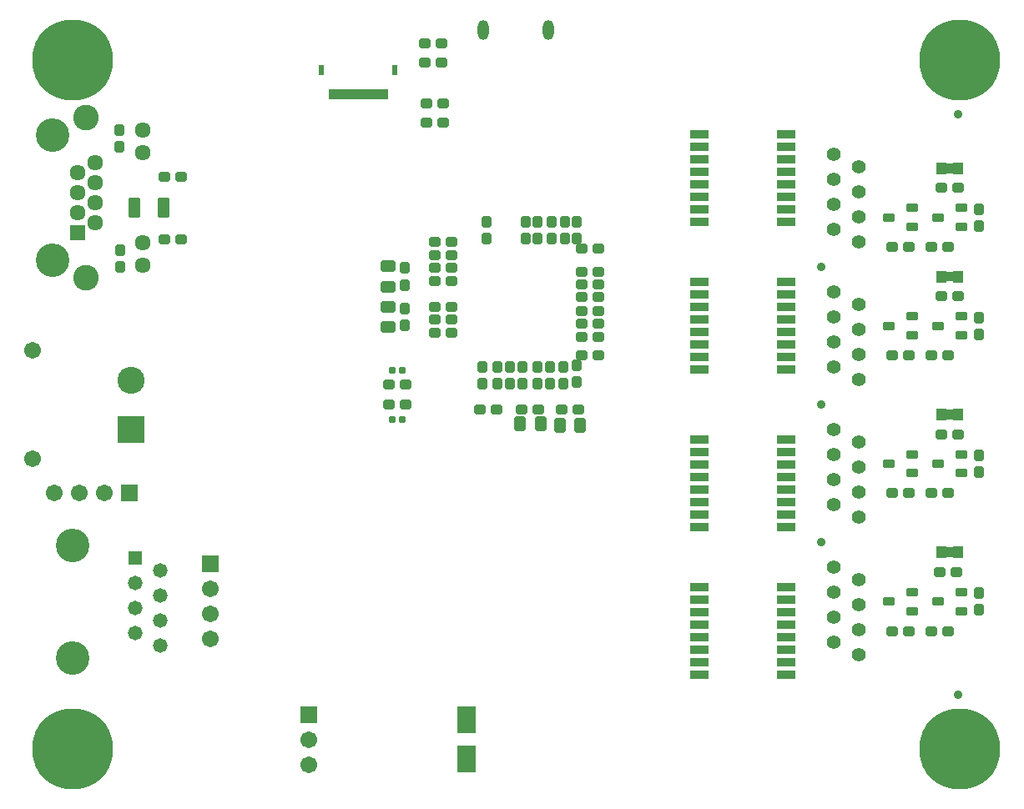
<source format=gbs>
G04*
G04 #@! TF.GenerationSoftware,Altium Limited,Altium Designer,23.4.1 (23)*
G04*
G04 Layer_Color=16711935*
%FSLAX44Y44*%
%MOMM*%
G71*
G04*
G04 #@! TF.SameCoordinates,71779357-5CD3-41FB-92FB-A5B7E85101D3*
G04*
G04*
G04 #@! TF.FilePolarity,Negative*
G04*
G01*
G75*
%ADD99R,1.9050X0.9652*%
G04:AMPARAMS|DCode=100|XSize=1.1032mm|YSize=1.0032mm|CornerRadius=0.1616mm|HoleSize=0mm|Usage=FLASHONLY|Rotation=90.000|XOffset=0mm|YOffset=0mm|HoleType=Round|Shape=RoundedRectangle|*
%AMROUNDEDRECTD100*
21,1,1.1032,0.6800,0,0,90.0*
21,1,0.7800,1.0032,0,0,90.0*
1,1,0.3232,0.3400,0.3900*
1,1,0.3232,0.3400,-0.3900*
1,1,0.3232,-0.3400,-0.3900*
1,1,0.3232,-0.3400,0.3900*
%
%ADD100ROUNDEDRECTD100*%
G04:AMPARAMS|DCode=101|XSize=1.1032mm|YSize=1.0032mm|CornerRadius=0.1616mm|HoleSize=0mm|Usage=FLASHONLY|Rotation=180.000|XOffset=0mm|YOffset=0mm|HoleType=Round|Shape=RoundedRectangle|*
%AMROUNDEDRECTD101*
21,1,1.1032,0.6800,0,0,180.0*
21,1,0.7800,1.0032,0,0,180.0*
1,1,0.3232,-0.3900,0.3400*
1,1,0.3232,0.3900,0.3400*
1,1,0.3232,0.3900,-0.3400*
1,1,0.3232,-0.3900,-0.3400*
%
%ADD101ROUNDEDRECTD101*%
G04:AMPARAMS|DCode=108|XSize=1.1032mm|YSize=1.6032mm|CornerRadius=0.1691mm|HoleSize=0mm|Usage=FLASHONLY|Rotation=0.000|XOffset=0mm|YOffset=0mm|HoleType=Round|Shape=RoundedRectangle|*
%AMROUNDEDRECTD108*
21,1,1.1032,1.2650,0,0,0.0*
21,1,0.7650,1.6032,0,0,0.0*
1,1,0.3382,0.3825,-0.6325*
1,1,0.3382,-0.3825,-0.6325*
1,1,0.3382,-0.3825,0.6325*
1,1,0.3382,0.3825,0.6325*
%
%ADD108ROUNDEDRECTD108*%
G04:AMPARAMS|DCode=117|XSize=1.2032mm|YSize=2.0032mm|CornerRadius=0.1516mm|HoleSize=0mm|Usage=FLASHONLY|Rotation=180.000|XOffset=0mm|YOffset=0mm|HoleType=Round|Shape=RoundedRectangle|*
%AMROUNDEDRECTD117*
21,1,1.2032,1.7000,0,0,180.0*
21,1,0.9000,2.0032,0,0,180.0*
1,1,0.3032,-0.4500,0.8500*
1,1,0.3032,0.4500,0.8500*
1,1,0.3032,0.4500,-0.8500*
1,1,0.3032,-0.4500,-0.8500*
%
%ADD117ROUNDEDRECTD117*%
%ADD118R,1.1032X1.2032*%
G04:AMPARAMS|DCode=120|XSize=0.8032mm|YSize=1.2532mm|CornerRadius=0.1466mm|HoleSize=0mm|Usage=FLASHONLY|Rotation=270.000|XOffset=0mm|YOffset=0mm|HoleType=Round|Shape=RoundedRectangle|*
%AMROUNDEDRECTD120*
21,1,0.8032,0.9600,0,0,270.0*
21,1,0.5100,1.2532,0,0,270.0*
1,1,0.2932,-0.4800,-0.2550*
1,1,0.2932,-0.4800,0.2550*
1,1,0.2932,0.4800,0.2550*
1,1,0.2932,0.4800,-0.2550*
%
%ADD120ROUNDEDRECTD120*%
%ADD129R,0.5032X1.0032*%
%ADD130R,0.6032X1.0032*%
G04:AMPARAMS|DCode=133|XSize=1.1032mm|YSize=1.6032mm|CornerRadius=0.1691mm|HoleSize=0mm|Usage=FLASHONLY|Rotation=270.000|XOffset=0mm|YOffset=0mm|HoleType=Round|Shape=RoundedRectangle|*
%AMROUNDEDRECTD133*
21,1,1.1032,1.2650,0,0,270.0*
21,1,0.7650,1.6032,0,0,270.0*
1,1,0.3382,-0.6325,-0.3825*
1,1,0.3382,-0.6325,0.3825*
1,1,0.3382,0.6325,0.3825*
1,1,0.3382,0.6325,-0.3825*
%
%ADD133ROUNDEDRECTD133*%
%ADD141C,1.3970*%
%ADD142C,0.8998*%
%ADD143O,1.1032X2.0032*%
%ADD144C,1.7032*%
%ADD145R,1.7032X1.7032*%
%ADD146R,1.7032X1.7032*%
%ADD147C,8.2032*%
%ADD148C,1.7112*%
%ADD149C,2.7532*%
%ADD150R,2.7532X2.7532*%
%ADD151C,1.6112*%
%ADD152R,1.6112X1.6112*%
%ADD153C,2.6032*%
%ADD154C,3.4032*%
%ADD155C,1.4712*%
%ADD156R,1.4712X1.4712*%
%ADD194R,1.9032X2.7032*%
G04:AMPARAMS|DCode=195|XSize=0.7032mm|YSize=0.7032mm|CornerRadius=0.1641mm|HoleSize=0mm|Usage=FLASHONLY|Rotation=180.000|XOffset=0mm|YOffset=0mm|HoleType=Round|Shape=RoundedRectangle|*
%AMROUNDEDRECTD195*
21,1,0.7032,0.3750,0,0,180.0*
21,1,0.3750,0.7032,0,0,180.0*
1,1,0.3282,-0.1875,0.1875*
1,1,0.3282,0.1875,0.1875*
1,1,0.3282,0.1875,-0.1875*
1,1,0.3282,-0.1875,-0.1875*
%
%ADD195ROUNDEDRECTD195*%
G36*
X945000Y255000D02*
X935000D01*
Y245000D01*
X945000D01*
Y255000D01*
D02*
G37*
G36*
Y395000D02*
X935000D01*
Y385000D01*
X945000D01*
Y395000D01*
D02*
G37*
G36*
Y535000D02*
X935000D01*
Y525000D01*
X945000D01*
Y535000D01*
D02*
G37*
G36*
Y645000D02*
X935000D01*
Y635000D01*
X945000D01*
Y645000D01*
D02*
G37*
D99*
X774069Y585550D02*
D03*
Y598250D02*
D03*
Y610950D02*
D03*
Y623650D02*
D03*
Y636350D02*
D03*
Y649050D02*
D03*
Y661750D02*
D03*
Y674450D02*
D03*
X685931D02*
D03*
Y661750D02*
D03*
Y649050D02*
D03*
Y636350D02*
D03*
Y623650D02*
D03*
Y610950D02*
D03*
Y598250D02*
D03*
Y585550D02*
D03*
X774069Y435550D02*
D03*
Y448250D02*
D03*
Y460950D02*
D03*
Y473650D02*
D03*
Y486350D02*
D03*
Y499050D02*
D03*
Y511750D02*
D03*
Y524450D02*
D03*
X685931D02*
D03*
Y511750D02*
D03*
Y499050D02*
D03*
Y486350D02*
D03*
Y473650D02*
D03*
Y460950D02*
D03*
Y448250D02*
D03*
Y435550D02*
D03*
Y275550D02*
D03*
Y288250D02*
D03*
Y300950D02*
D03*
Y313650D02*
D03*
Y326350D02*
D03*
Y339050D02*
D03*
Y351750D02*
D03*
Y364450D02*
D03*
X774069D02*
D03*
Y351750D02*
D03*
Y339050D02*
D03*
Y326350D02*
D03*
Y313650D02*
D03*
Y300950D02*
D03*
Y288250D02*
D03*
Y275550D02*
D03*
Y125550D02*
D03*
Y138250D02*
D03*
Y150950D02*
D03*
Y163650D02*
D03*
Y176350D02*
D03*
Y189050D02*
D03*
Y201750D02*
D03*
Y214450D02*
D03*
X685931D02*
D03*
Y201750D02*
D03*
Y189050D02*
D03*
Y176350D02*
D03*
Y163650D02*
D03*
Y150950D02*
D03*
Y138250D02*
D03*
Y125550D02*
D03*
D100*
X99000Y556500D02*
D03*
Y539500D02*
D03*
X98000Y678500D02*
D03*
Y661500D02*
D03*
X510000Y568500D02*
D03*
Y585500D02*
D03*
X522000Y568500D02*
D03*
Y585500D02*
D03*
X536000Y568500D02*
D03*
Y585500D02*
D03*
X387000Y521500D02*
D03*
Y538500D02*
D03*
Y480500D02*
D03*
Y497500D02*
D03*
X481000Y438500D02*
D03*
Y421500D02*
D03*
X494000Y438500D02*
D03*
Y421500D02*
D03*
X507000Y438500D02*
D03*
Y421500D02*
D03*
X562000Y439500D02*
D03*
Y422500D02*
D03*
X535000Y438500D02*
D03*
Y421500D02*
D03*
X970000Y208500D02*
D03*
Y191500D02*
D03*
Y348500D02*
D03*
Y331500D02*
D03*
Y581500D02*
D03*
Y598500D02*
D03*
Y471500D02*
D03*
Y488500D02*
D03*
X550000Y585500D02*
D03*
Y568500D02*
D03*
X562000Y585500D02*
D03*
Y568500D02*
D03*
X548000Y421500D02*
D03*
Y438500D02*
D03*
X522000Y421500D02*
D03*
Y438500D02*
D03*
X466000Y421500D02*
D03*
Y438500D02*
D03*
X470000Y585500D02*
D03*
Y568500D02*
D03*
D101*
X160500Y568000D02*
D03*
X143500D02*
D03*
X160500Y631000D02*
D03*
X143500D02*
D03*
X434500Y565000D02*
D03*
X417500D02*
D03*
X434500Y499000D02*
D03*
X417500D02*
D03*
X434500Y473000D02*
D03*
X417500D02*
D03*
X505500Y395000D02*
D03*
X522500D02*
D03*
X566500Y450000D02*
D03*
X583500D02*
D03*
X566500Y469000D02*
D03*
X583500D02*
D03*
X566500Y509000D02*
D03*
X583500D02*
D03*
X898500Y170000D02*
D03*
X881500D02*
D03*
X898500Y310000D02*
D03*
X881500D02*
D03*
X931500Y370000D02*
D03*
X948500D02*
D03*
X921500Y560000D02*
D03*
X938500D02*
D03*
X898500D02*
D03*
X881500D02*
D03*
X931500Y620000D02*
D03*
X948500D02*
D03*
X463500Y395000D02*
D03*
X480500D02*
D03*
X881500Y450000D02*
D03*
X898500D02*
D03*
X948500Y510000D02*
D03*
X931500D02*
D03*
X938500Y450000D02*
D03*
X921500D02*
D03*
X938500Y310000D02*
D03*
X921500D02*
D03*
X938500Y170000D02*
D03*
X921500D02*
D03*
X947000Y230000D02*
D03*
X930000D02*
D03*
X424500Y747000D02*
D03*
X407500D02*
D03*
X424500Y767000D02*
D03*
X407500D02*
D03*
X426500Y686000D02*
D03*
X409500D02*
D03*
X426500Y706000D02*
D03*
X409500D02*
D03*
X388500Y400000D02*
D03*
X371500D02*
D03*
X388500Y420000D02*
D03*
X371500D02*
D03*
X546500Y395000D02*
D03*
X563500D02*
D03*
X583500Y535000D02*
D03*
X566500D02*
D03*
X583500Y522000D02*
D03*
X566500D02*
D03*
X583500Y495000D02*
D03*
X566500D02*
D03*
X583500Y482000D02*
D03*
X566500D02*
D03*
X417500Y525000D02*
D03*
X434500D02*
D03*
X417500Y486000D02*
D03*
X434500D02*
D03*
X417500Y539000D02*
D03*
X434500D02*
D03*
X583500Y558000D02*
D03*
X566500D02*
D03*
X417500Y552000D02*
D03*
X434500D02*
D03*
D108*
X525500Y381000D02*
D03*
X504500D02*
D03*
X544500Y379000D02*
D03*
X565500D02*
D03*
D117*
X113000Y600000D02*
D03*
X143000D02*
D03*
D118*
X948499Y250001D02*
D03*
X931499D02*
D03*
X948499Y390001D02*
D03*
X931499D02*
D03*
X948499Y530001D02*
D03*
X931499D02*
D03*
X948499Y640001D02*
D03*
X931499D02*
D03*
D120*
X901850Y209500D02*
D03*
Y190500D02*
D03*
X878150Y200000D02*
D03*
X951850Y209500D02*
D03*
Y190500D02*
D03*
X928150Y200000D02*
D03*
X901850Y349500D02*
D03*
Y330500D02*
D03*
X878150Y340000D02*
D03*
X951850Y349500D02*
D03*
Y330500D02*
D03*
X928150Y340000D02*
D03*
X901850Y489500D02*
D03*
Y470500D02*
D03*
X878150Y480000D02*
D03*
X951850Y489500D02*
D03*
Y470500D02*
D03*
X928150Y480000D02*
D03*
X901850Y599500D02*
D03*
Y580500D02*
D03*
X878150Y590000D02*
D03*
X951850Y599500D02*
D03*
Y580500D02*
D03*
X928150Y590000D02*
D03*
D129*
X312500Y714800D02*
D03*
X317500D02*
D03*
X322500D02*
D03*
X327500D02*
D03*
X332500D02*
D03*
X337500D02*
D03*
X342500D02*
D03*
X347500D02*
D03*
X352500D02*
D03*
X357500D02*
D03*
X362500D02*
D03*
X367500D02*
D03*
D130*
X302500Y739800D02*
D03*
X377500D02*
D03*
D133*
X370000Y519500D02*
D03*
Y540500D02*
D03*
Y499500D02*
D03*
Y478500D02*
D03*
D141*
X848100Y146000D02*
D03*
X822700Y158700D02*
D03*
X848100Y171400D02*
D03*
X822700Y184100D02*
D03*
X848100Y196800D02*
D03*
X822700Y209500D02*
D03*
X848100Y222200D02*
D03*
X822700Y234900D02*
D03*
X848100Y285700D02*
D03*
X822700Y298400D02*
D03*
X848100Y311100D02*
D03*
X822700Y323800D02*
D03*
X848100Y336500D02*
D03*
X822700Y349200D02*
D03*
X848100Y361900D02*
D03*
X822700Y374600D02*
D03*
X848100Y425400D02*
D03*
X822700Y438100D02*
D03*
X848100Y450800D02*
D03*
X822700Y463500D02*
D03*
X848100Y476200D02*
D03*
X822700Y488900D02*
D03*
X848100Y501600D02*
D03*
X822700Y514300D02*
D03*
X848100Y565100D02*
D03*
X822700Y577800D02*
D03*
X848100Y590500D02*
D03*
X822700Y603200D02*
D03*
X848100Y615900D02*
D03*
X822700Y628600D02*
D03*
X848100Y641300D02*
D03*
X822700Y654000D02*
D03*
D142*
X810000Y260300D02*
D03*
Y400000D02*
D03*
Y539700D02*
D03*
X948430Y105614D02*
D03*
Y694386D02*
D03*
D143*
X533000Y780000D02*
D03*
X467000D02*
D03*
D144*
X31900Y310000D02*
D03*
X57300D02*
D03*
X82700Y310000D02*
D03*
X190000Y161900D02*
D03*
Y187300D02*
D03*
X190000Y212700D02*
D03*
X290000Y60000D02*
D03*
X290000Y34601D02*
D03*
D145*
X108100Y310000D02*
D03*
D146*
X190000Y238100D02*
D03*
X290000Y85400D02*
D03*
D147*
X50000Y750000D02*
D03*
Y50000D02*
D03*
X950000Y750000D02*
D03*
X949999Y49999D02*
D03*
D148*
X10000Y345000D02*
D03*
Y455000D02*
D03*
D149*
X110000Y425000D02*
D03*
D150*
Y375000D02*
D03*
D151*
X121400Y564300D02*
D03*
Y655700D02*
D03*
Y541400D02*
D03*
Y678600D02*
D03*
X73200Y604900D02*
D03*
X55400Y615100D02*
D03*
Y594700D02*
D03*
X73200Y625300D02*
D03*
Y584500D02*
D03*
X55400Y635500D02*
D03*
X73200Y645700D02*
D03*
D152*
X55400Y574300D02*
D03*
D153*
X64300Y528750D02*
D03*
Y691250D02*
D03*
D154*
X30000Y546500D02*
D03*
Y673500D02*
D03*
X50000Y142850D02*
D03*
Y257150D02*
D03*
D155*
X138900Y155550D02*
D03*
X113500Y168250D02*
D03*
X138900Y180950D02*
D03*
X113500Y193650D02*
D03*
X138900Y206350D02*
D03*
X113500Y219050D02*
D03*
X138900Y231750D02*
D03*
D156*
X113500Y244450D02*
D03*
D194*
X450000Y40000D02*
D03*
Y80000D02*
D03*
D195*
X374377Y435000D02*
D03*
X384377D02*
D03*
X374377Y385000D02*
D03*
X384377D02*
D03*
M02*

</source>
